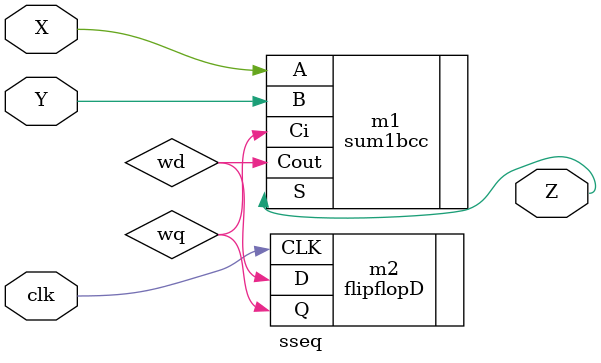
<source format=v>
`timescale 1ns / 1ps
module sseq(X,Y,clk,Z);
input X;
input Y;
input clk;
output Z;

wire wq,wd;
sum1bcc m1 (.A(X), .B(Y), .Ci(wq),  .Cout(wd) ,.S(Z));

flipflopD m2 (.D(wd) , .Q(wq) , .CLK(clk));


endmodule

</source>
